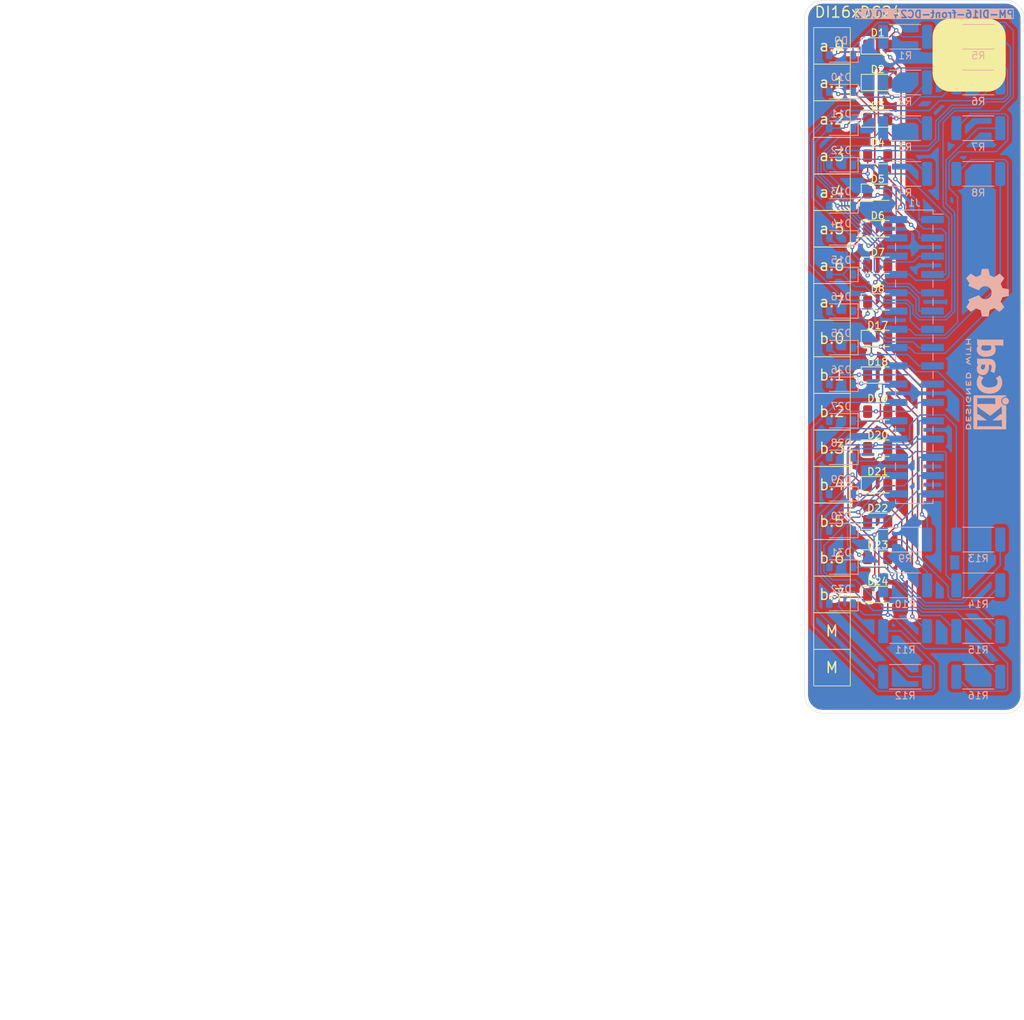
<source format=kicad_pcb>
(kicad_pcb (version 20240108) (generator "pcbnew") (generator_version "8.0")
  (layers (0 "F.Cu" signal) (31 "B.Cu" signal) (34 "B.Paste" user) (35 "F.Paste" user) (36 "B.SilkS" user "B.Silkscreen") (37 "F.SilkS" user "F.Silkscreen") (38 "B.Mask" user) (39 "F.Mask" user) (44 "Edge.Cuts" user))
  (net 0 "")
  (net 1 "/OUT01")
  (net 2 "Net-(D1-A)")
  (net 3 "/OUT02")
  (net 4 "Net-(D10-K)")
  (net 5 "Net-(D11-K)")
  (net 6 "/OUT03")
  (net 7 "/OUT04")
  (net 8 "Net-(D12-K)")
  (net 9 "Net-(D13-K)")
  (net 10 "/OUT05")
  (net 11 "Net-(D14-K)")
  (net 12 "/OUT06")
  (net 13 "Net-(D15-K)")
  (net 14 "/OUT07")
  (net 15 "/OUT00")
  (net 16 "Net-(D16-K)")
  (net 17 "/IN03")
  (net 18 "/IN07")
  (net 19 "/IN05")
  (net 20 "/IN06")
  (net 21 "Net-(D17-A)")
  (net 22 "/IN02")
  (net 23 "/IN04")
  (net 24 "/IN01")
  (net 25 "/OUT10")
  (net 26 "/OUT11")
  (net 27 "Net-(D18-A)")
  (net 28 "Net-(D19-A)")
  (net 29 "/OUT12")
  (net 30 "/OUT13")
  (net 31 "Net-(D20-A)")
  (net 32 "/OUT14")
  (net 33 "Net-(D21-A)")
  (net 34 "Net-(D22-A)")
  (net 35 "/OUT15")
  (net 36 "/OUT16")
  (net 37 "Net-(D23-A)")
  (net 38 "/OUT17")
  (net 39 "Net-(D24-A)")
  (net 40 "/IN16")
  (net 41 "/IN17")
  (net 42 "/IN15")
  (net 43 "/IN00")
  (net 44 "/IN10")
  (net 45 "/IN11")
  (net 46 "/IN12")
  (net 47 "/IN13")
  (net 48 "/IN14")
  (footprint "NextPCB:Kingbright_KPT-3216CGCK" (layer "F.Cu") (at 137.16 87.63)
    (property "Reference" "D7")
    (property "Value" "KPT-3216CGCK")
  )
  (footprint "NextPCB:Kingbright_KPT-3216CGCK" (layer "F.Cu") (at 137.16 123.19)
    (property "Reference" "D22")
    (property "Value" "KPT-3216CGCK")
  )
  (footprint "NextPCB:Kingbright_KPT-3216CGCK" (layer "F.Cu") (at 137.16 118.11)
    (property "Reference" "D21")
    (property "Value" "KPT-3216CGCK")
  )
  (footprint "NextPCB:Kingbright_KPT-3216CGCK" (layer "F.Cu") (at 137.16 92.71)
    (property "Reference" "D8")
    (property "Value" "KPT-3216CGCK")
  )
  (footprint "NextPCB:Kingbright_KPT-3216CGCK" (layer "F.Cu") (at 137.16 72.39)
    (property "Reference" "D4")
    (property "Value" "KPT-3216CGCK")
  )
  (footprint "NextPCB:Kingbright_KPT-3216CGCK" (layer "F.Cu") (at 137.16 67.31)
    (property "Reference" "D3")
    (property "Value" "KPT-3216CGCK")
  )
  (footprint "NextPCB:Kingbright_KPT-3216CGCK" (layer "F.Cu") (at 137.16 77.47)
    (property "Reference" "D5")
    (property "Value" "KPT-3216CGCK")
  )
  (footprint "NextPCB:Kingbright_KPT-3216CGCK" (layer "F.Cu") (at 137.16 107.95)
    (property "Reference" "D19")
    (property "Value" "KPT-3216CGCK")
  )
  (footprint "NextPCB:Kingbright_KPT-3216CGCK" (layer "F.Cu") (at 137.16 102.87)
    (property "Reference" "D18")
    (property "Value" "KPT-3216CGCK")
  )
  (footprint "NextPCB:Kingbright_KPT-3216CGCK" (layer "F.Cu") (at 137.16 57.15)
    (property "Reference" "D1")
    (property "Value" "KPT-3216CGCK")
  )
  (footprint "NextPCB:Kingbright_KPT-3216CGCK" (layer "F.Cu") (at 137.16 97.79)
    (property "Reference" "D17")
    (property "Value" "KPT-3216CGCK")
  )
  (footprint "NextPCB:Kingbright_KPT-3216CGCK" (layer "F.Cu") (at 137.16 113.03)
    (property "Reference" "D20")
    (property "Value" "KPT-3216CGCK")
  )
  (footprint "NextPCB:Kingbright_KPT-3216CGCK" (layer "F.Cu") (at 137.16 62.23)
    (property "Reference" "D2")
    (property "Value" "KPT-3216CGCK")
  )
  (footprint "NextPCB:Kingbright_KPT-3216CGCK" (layer "F.Cu") (at 137.16 82.55)
    (property "Reference" "D6")
    (property "Value" "KPT-3216CGCK")
  )
  (footprint "NextPCB:Kingbright_KPT-3216CGCK" (layer "F.Cu") (at 137.16 133.35)
    (property "Reference" "D24")
    (property "Value" "KPT-3216CGCK")
  )
  (footprint "NextPCB:Kingbright_KPT-3216CGCK" (layer "F.Cu") (at 137.16 128.27)
    (property "Reference" "D23")
    (property "Value" "KPT-3216CGCK")
  )
  (footprint "Diode_SMD:D_SOD-123" (layer "B.Cu") (at 132.08 63.5 180)
    (property "Reference" "D10")
    (property "Value" "1N4148W")
  )
  (footprint "Resistor_SMD:R_2512_6332Metric_Pad1.40x3.35mm_HandSolder" (layer "B.Cu") (at 151.13 74.93)
    (property "Reference" "R8")
    (property "Value" "2.2k")
  )
  (footprint "Resistor_SMD:R_2512_6332Metric_Pad1.40x3.35mm_HandSolder" (layer "B.Cu") (at 140.97 74.93)
    (property "Reference" "R4")
    (property "Value" "2.2k")
  )
  (footprint "Resistor_SMD:R_2512_6332Metric_Pad1.40x3.35mm_HandSolder" (layer "B.Cu") (at 151.13 132.08)
    (property "Reference" "R14")
    (property "Value" "2.2k")
  )
  (footprint "Resistor_SMD:R_2512_6332Metric_Pad1.40x3.35mm_HandSolder" (layer "B.Cu") (at 140.97 125.73)
    (property "Reference" "R9")
    (property "Value" "2.2k")
  )
  (footprint "Resistor_SMD:R_2512_6332Metric_Pad1.40x3.35mm_HandSolder" (layer "B.Cu") (at 151.13 68.58)
    (property "Reference" "R7")
    (property "Value" "2.2k")
  )
  (footprint "Resistor_SMD:R_2512_6332Metric_Pad1.40x3.35mm_HandSolder" (layer "B.Cu") (at 151.13 62.23)
    (property "Reference" "R6")
    (property "Value" "2.2k")
  )
  (footprint "Resistor_SMD:R_2512_6332Metric_Pad1.40x3.35mm_HandSolder" (layer "B.Cu") (at 151.13 125.73)
    (property "Reference" "R13")
    (property "Value" "2.2k")
  )
  (footprint "Diode_SMD:D_SOD-123" (layer "B.Cu") (at 132.08 73.66 180)
    (property "Reference" "D12")
    (property "Value" "1N4148W")
  )
  (footprint "Resistor_SMD:R_2512_6332Metric_Pad1.40x3.35mm_HandSolder" (layer "B.Cu") (at 140.97 55.88)
    (property "Reference" "R1")
    (property "Value" "2.2k")
  )
  (footprint "Resistor_SMD:R_2512_6332Metric_Pad1.40x3.35mm_HandSolder" (layer "B.Cu") (at 140.97 62.23)
    (property "Reference" "R2")
    (property "Value" "2.2k")
  )
  (footprint "Resistor_SMD:R_2512_6332Metric_Pad1.40x3.35mm_HandSolder" (layer "B.Cu") (at 140.97 132.08)
    (property "Reference" "R10")
    (property "Value" "2.2k")
  )
  (footprint "Diode_SMD:D_SOD-123" (layer "B.Cu") (at 132.08 88.9 180)
    (property "Reference" "D15")
    (property "Value" "1N4148W")
  )
  (footprint "Diode_SMD:D_SOD-123" (layer "B.Cu") (at 132.08 129.54 180)
    (property "Reference" "D31")
    (property "Value" "1N4148W")
  )
  (footprint "Diode_SMD:D_SOD-123" (layer "B.Cu") (at 132.08 134.62 180)
    (property "Reference" "D32")
    (property "Value" "1N4148W")
  )
  (footprint "Diode_SMD:D_SOD-123" (layer "B.Cu") (at 132.08 104.14 180)
    (property "Reference" "D26")
    (property "Value" "1N4148W")
  )
  (footprint "Resistor_SMD:R_2512_6332Metric_Pad1.40x3.35mm_HandSolder" (layer "B.Cu") (at 140.97 68.58)
    (property "Reference" "R3")
    (property "Value" "2.2k")
  )
  (footprint "Diode_SMD:D_SOD-123" (layer "B.Cu") (at 132.08 83.82 180)
    (property "Reference" "D14")
    (property "Value" "1N4148W")
  )
  (footprint "Resistor_SMD:R_2512_6332Metric_Pad1.40x3.35mm_HandSolder" (layer "B.Cu") (at 151.13 144.78)
    (property "Reference" "R16")
    (property "Value" "2.2k")
  )
  (footprint "Resistor_SMD:R_2512_6332Metric_Pad1.40x3.35mm_HandSolder" (layer "B.Cu") (at 151.13 55.88)
    (property "Reference" "R5")
    (property "Value" "2.2k")
  )
  (footprint "Resistor_SMD:R_2512_6332Metric_Pad1.40x3.35mm_HandSolder" (layer "B.Cu") (at 140.97 138.43)
    (property "Reference" "R11")
    (property "Value" "2.2k")
  )
  (footprint "NextPCB:Conn_02x16_pin" (layer "B.Cu") (at 142.24 100.33 180)
    (property "Reference" "J1")
    (property "Value" "PinHeader P2.54 02x16 SMD Straight")
  )
  (footprint "Symbol:KiCad-Logo2_5mm_SilkScreen" (layer "B.Cu") (at 152.4 104.14 90)
    (property "Reference" "Logo_kicad" (hide yes))
    (property "Value" "KiCad-Logo2_5mm_SilkScreen" (hide yes))
  )
  (footprint "Diode_SMD:D_SOD-123" (layer "B.Cu") (at 132.08 119.38 180)
    (property "Reference" "D29")
    (property "Value" "1N4148W")
  )
  (footprint "Diode_SMD:D_SOD-123" (layer "B.Cu") (at 132.08 124.46 180)
    (property "Reference" "D30")
    (property "Value" "1N4148W")
  )
  (footprint "Diode_SMD:D_SOD-123" (layer "B.Cu") (at 132.08 109.22 180)
    (property "Reference" "D27")
    (property "Value" "1N4148W")
  )
  (footprint "Resistor_SMD:R_2512_6332Metric_Pad1.40x3.35mm_HandSolder" (layer "B.Cu") (at 140.97 144.78)
    (property "Reference" "R12")
    (property "Value" "2.2k")
  )
  (footprint "Diode_SMD:D_SOD-123" (layer "B.Cu") (at 132.08 93.98 180)
    (property "Reference" "D16")
    (property "Value" "1N4148W")
  )
  (footprint "Diode_SMD:D_SOD-123" (layer "B.Cu") (at 132.08 99.06 180)
    (property "Reference" "D25")
    (property "Value" "1N4148W")
  )
  (footprint "Resistor_SMD:R_2512_6332Metric_Pad1.40x3.35mm_HandSolder" (layer "B.Cu") (at 151.13 138.43)
    (property "Reference" "R15")
    (property "Value" "2.2k")
  )
  (footprint "Diode_SMD:D_SOD-123" (layer "B.Cu") (at 132.08 58.42 180)
    (property "Reference" "D9")
    (property "Value" "1N4148W")
  )
  (footprint "Symbol:OSHW-Symbol_6.7x6mm_SilkScreen" (layer "B.Cu") (at 152.4 91.44 90)
    (property "Reference" "REF**" (hide yes))
    (property "Value" "OSHW-Symbol_6.7x6mm_SilkScreen" (hide yes))
  )
  (footprint "Diode_SMD:D_SOD-123" (layer "B.Cu") (at 132.08 68.58 180)
    (property "Reference" "D11")
    (property "Value" "1N4148W")
  )
  (footprint "Diode_SMD:D_SOD-123" (layer "B.Cu") (at 132.08 114.3 180)
    (property "Reference" "D28")
    (property "Value" "1N4148W")
  )
  (footprint "Diode_SMD:D_SOD-123" (layer "B.Cu") (at 132.08 79.375 180)
    (property "Reference" "D13")
    (property "Value" "1N4148W")
  )
  (gr_rect (start 128.27 54.61) (end 133.35 59.69) (stroke (width 0.1)) (fill none) (layer "F.SilkS"))
  (gr_rect (start 128.27 64.77) (end 133.35 69.85) (stroke (width 0.1)) (fill none) (layer "F.SilkS"))
  (gr_rect (start 128.27 120.65) (end 133.35 125.73) (stroke (width 0.1)) (fill none) (layer "F.SilkS"))
  (gr_poly (pts (arc (start 144.78 60.96) (mid 145.523949 62.756051) (end 147.32 63.5)) (arc (start 152.4 63.5) (mid 154.196051 62.756051) (end 154.94 60.96)) (arc (start 154.94 55.88) (mid 154.196051 54.083949) (end 152.4 53.34)) (arc (start 147.32 53.34) (mid 145.523949 54.083949) (end 144.78 55.88))) (fill solid) (layer "F.SilkS"))
  (gr_rect (start 128.27 100.33) (end 133.35 105.41) (stroke (width 0.1)) (fill none) (layer "F.SilkS"))
  (gr_rect (start 128.27 130.81) (end 133.35 135.89) (stroke (width 0.1)) (fill none) (layer "F.SilkS"))
  (gr_rect (start 128.27 80.01) (end 133.35 85.09) (stroke (width 0.1)) (fill none) (layer "F.SilkS"))
  (gr_rect (start 128.27 59.69) (end 133.35 64.77) (stroke (width 0.1)) (fill none) (layer "F.SilkS"))
  (gr_rect (start 128.27 90.17) (end 133.35 95.25) (stroke (width 0.1)) (fill none) (layer "F.SilkS"))
  (gr_rect (start 128.27 95.25) (end 133.35 100.33) (stroke (width 0.1)) (fill none) (layer "F.SilkS"))
  (gr_rect (start 128.27 140.97) (end 133.35 146.05) (stroke (width 0.1)) (fill none) (layer "F.SilkS"))
  (gr_rect (start 128.27 110.49) (end 133.35 115.57) (stroke (width 0.1)) (fill none) (layer "F.SilkS"))
  (gr_rect (start 128.27 135.89) (end 133.35 140.97) (stroke (width 0.1)) (fill none) (layer "F.SilkS"))
  (gr_rect (start 128.27 85.09) (end 133.35 90.17) (stroke (width 0.1)) (fill none) (layer "F.SilkS"))
  (gr_rect (start 128.27 125.73) (end 133.35 130.81) (stroke (width 0.1)) (fill none) (layer "F.SilkS"))
  (gr_rect (start 128.27 74.93) (end 133.35 80.01) (stroke (width 0.1)) (fill none) (layer "F.SilkS"))
  (gr_rect (start 128.27 69.85) (end 133.35 74.93) (stroke (width 0.1)) (fill none) (layer "F.SilkS"))
  (gr_rect (start 128.27 115.57) (end 133.35 120.65) (stroke (width 0.1)) (fill none) (layer "F.SilkS"))
  (gr_rect (start 128.27 105.41) (end 133.35 110.49) (stroke (width 0.1)) (fill none) (layer "F.SilkS"))
  (gr_arc (start 127 53.34) (mid 127.743949 51.543949) (end 129.54 50.8) (stroke (width 0.05)) (layer "Edge.Cuts"))
  (gr_line (start 154.94 149.86) (end 129.54 149.86) (stroke (width 0.05)) (layer "Edge.Cuts"))
  (gr_arc (start 157.48 147.32) (mid 156.736051 149.116051) (end 154.94 149.86) (stroke (width 0.05)) (layer "Edge.Cuts"))
  (gr_line (start 129.54 50.8) (end 154.94 50.8) (stroke (width 0.05)) (layer "Edge.Cuts"))
  (gr_line (start 127 147.32) (end 127 53.34) (stroke (width 0.05)) (layer "Edge.Cuts"))
  (gr_arc (start 129.54 149.86) (mid 127.743949 149.116051) (end 127 147.32) (stroke (width 0.05)) (layer "Edge.Cuts"))
  (gr_arc (start 154.94 50.8) (mid 156.736051 51.543949) (end 157.48 53.34) (stroke (width 0.05)) (layer "Edge.Cuts"))
  (gr_line (start 157.48 53.34) (end 157.48 147.32) (stroke (width 0.05)) (layer "Edge.Cuts"))
  (gr_text "PM-DI16-front-DC24 v0.0.2" (at 156.21 53.34 0) (layer "B.SilkS" knockout) (effects (font (size 1 1) (thickness 0.2) (bold yes)) (justify left bottom mirror)))
  (gr_text "a.3" (at 128.91 73.2615 0) (layer "F.SilkS") (effects (font (size 1.5 1.5) (thickness 0.2)) (justify left bottom)))
  (gr_text "M" (at 129.802857 139.3015 0) (layer "F.SilkS") (effects (font (size 1.5 1.5) (thickness 0.2)) (justify left bottom)))
  (gr_text "b.5" (at 128.91 124.0615 0) (layer "F.SilkS") (effects (font (size 1.5 1.5) (thickness 0.2)) (justify left bottom)))
  (gr_text "a.5" (at 128.91 83.4215 0) (layer "F.SilkS") (effects (font (size 1.5 1.5) (thickness 0.2)) (justify left bottom)))
  (gr_text "b.6" (at 128.91 129.1415 0) (layer "F.SilkS") (effects (font (size 1.5 1.5) (thickness 0.2)) (justify left bottom)))
  (gr_text "a.7" (at 128.91 93.5815 0) (layer "F.SilkS") (effects (font (size 1.5 1.5) (thickness 0.2)) (justify left bottom)))
  (gr_text "b.2" (at 128.91 108.8215 0) (layer "F.SilkS") (effects (font (size 1.5 1.5) (thickness 0.2)) (justify left bottom)))
  (gr_text "b.7" (at 128.91 134.2215 0) (layer "F.SilkS") (effects (font (size 1.5 1.5) (thickness 0.2)) (justify left bottom)))
  (gr_text "b.0" (at 128.91 98.6615 0) (layer "F.SilkS") (effects (font (size 1.5 1.5) (thickness 0.2)) (justify left bottom)))
  (gr_text "M" (at 129.802857 144.3815 0) (layer "F.SilkS") (effects (font (size 1.5 1.5) (thickness 0.2)) (justify left bottom)))
  (gr_text "b.1" (at 128.91 103.7415 0) (layer "F.SilkS") (effects (font (size 1.5 1.5) (thickness 0.2)) (justify left bottom)))
  (gr_text "b.3" (at 128.91 113.9015 0) (layer "F.SilkS") (effects (font (size 1.5 1.5) (thickness 0.2)) (justify left bottom)))
  (gr_text "a.1" (at 128.91 63.1015 0) (layer "F.SilkS") (effects (font (size 1.5 1.5) (thickness 0.2)) (justify left bottom)))
  (gr_text "a.4" (at 128.91 78.3415 0) (layer "F.SilkS") (effects (font (size 1.5 1.5) (thickness 0.2)) (justify left bottom)))
  (gr_text "DI16xDC24" (at 128.27 53.34 0) (layer "F.SilkS") (effects (font (size 1.5 1.5) (thickness 0.2)) (justify left bottom)))
  (gr_text "a.0" (at 128.91 58.0215 0) (layer "F.SilkS") (effects (font (size 1.5 1.5) (thickness 0.2)) (justify left bottom)))
  (gr_text "a.2" (at 128.91 68.1815 0) (layer "F.SilkS") (effects (font (size 1.5 1.5) (thickness 0.2)) (justify left bottom)))
  (gr_text "b.4" (at 128.91 118.9815 0) (layer "F.SilkS") (effects (font (size 1.5 1.5) (thickness 0.2)) (justify left bottom)))
  (gr_text "a.6" (at 128.91 88.5015 0) (layer "F.SilkS") (effects (font (size 1.5 1.5) (thickness 0.2)) (justify left bottom)))
  (segment (start 131.6796 63.8347) (end 134.1553 63.8347) (width 0.2) (layer "F.Cu") (net 1))
  (segment (start 134.1553 63.8347) (end 136.7572 66.4366) (width 0.2) (layer "F.Cu") (net 1))
  (segment (start 139.715 79.9197) (end 141.8055 82.0102) (width 0.2) (layer "F.Cu") (net 1))
  (segment (start 139.715 76.5949) (end 139.715 79.9197) (width 0.2) (layer "F.Cu") (net 1))
  (segment (start 134.1553 63.8347) (end 135.76 62.23) (width 0.2) (layer "F.Cu") (net 1))
  (segment (start 136.7572 66.4366) (end 136.7572 73.6371) (width 0.2) (layer "F.Cu") (net 1))
  (segment (start 136.7572 73.6371) (end 139.715 76.5949) (width 0.2) (layer "F.Cu") (net 1))
  (via (at 141.8055 82.0102) (size 0.6) (drill 0.3) (layers "F.Cu" "B.Cu") (net 1))
  (via (at 131.6796 63.8347) (size 0.6) (drill 0.3) (layers "F.Cu" "B.Cu") (net 1))
  (segment (start 130.43 63.5) (end 131.3449 63.5) (width 0.2) (layer "B.Cu") (net 1))
  (segment (start 144.765 83.82) (end 142.8883 83.82) (width 0.2) (layer "B.Cu") (net 1))
  (segment (start 131.3449 63.5) (end 131.6796 63.8347) (width 0.2) (layer "B.Cu") (net 1))
  (segment (start 142.8883 83.093) (end 141.8055 82.0102) (width 0.2) (layer "B.Cu") (net 1))
  (segment (start 142.8883 83.82) (end 142.8883 83.093) (width 0.2) (layer "B.Cu") (net 1))
  (segment (start 138.56 56.1674) (end 139.7333 54.9941) (width 0.2) (layer "F.Cu") (net 2))
  (segment (start 138.56 57.15) (end 138.56 56.1674) (width 0.2) (layer "F.Cu") (net 2))
  (via (at 139.7333 54.9941) (size 0.6) (drill 0.3) (layers "F.Cu" "B.Cu") (net 2))
  (segment (start 133.73 58.42) (end 133.73 57.3785) (width 0.2) (layer "B.Cu") (net 2))
  (segment (start 138.6312 53.892) (end 139.7333 54.9941) (width 0.2) (layer "B.Cu") (net 2))
  (segment (start 137.2165 53.892) (end 138.6312 53.892) (width 0.2) (layer "B.Cu") (net 2))
  (segment (start 144.02 55.88) (end 140.6192 55.88) (width 0.2) (layer "B.Cu") (net 2))
  (segment (start 140.6192 55.88) (end 139.7333 54.9941) (width 0.2) (layer "B.Cu") (net 2))
  (segment (start 133.73 57.3785) (end 137.2165 53.892) (width 0.2) (layer "B.Cu") (net 2))
  (segment (start 133.7373 67.31) (end 132.7766 68.2707) (width 0.2) (layer "F.Cu") (net 3))
  (segment (start 135.76 67.31) (end 133.7373 67.31) (width 0.2) (layer "F.Cu") (net 3))
  (via (at 132.7766 68.2707) (size 0.6) (drill 0.3) (layers "F.Cu" "B.Cu") (net 3))
  (segment (start 132.4673 68.58) (end 132.7766 68.2707) (width 0.2) (layer "B.Cu") (net 3))
  (segment (start 138.015 87.1617) (end 142.0866 87.1617) (width 0.2) (layer "B.Cu") (net 3))
  (segment (start 142.0866 87.1617) (end 142.8883 86.36) (width 0.2) (layer "B.Cu") (net 3))
  (segment (start 132.1732 79.7075) (end 137.0934 84.6277) (width 0.2) (layer "B.Cu") (net 3))
  (segment (start 128.4601 70.5499) (end 128.4601 75.2264) (width 0.2) (layer "B.Cu") (net 3))
  (segment (start 132.1732 78.9395) (end 132.1732 79.7075) (width 0.2) (layer "B.Cu") (net 3))
  (segment (start 137.0934 84.6277) (end 137.0934 86.2401) (width 0.2) (layer "B.Cu") (net 3))
  (segment (start 130.43 68.58) (end 128.4601 70.5499) (width 0.2) (layer "B.Cu") (net 3))
  (segment (start 130.43 68.58) (end 132.4673 68.58) (width 0.2) (layer "B.Cu") (net 3))
  (segment (start 137.0934 86.2401) (end 138.015 87.1617) (width 0.2) (layer "B.Cu") (net 3))
  (segment (start 128.4601 75.2264) (end 132.1732 78.9395) (width 0.2) (layer "B.Cu") (net 3))
  (segment (start 144.765 86.36) (end 142.8883 86.36) (width 0.2) (layer "B.Cu") (net 3))
  (segment (start 138.56 62.23) (end 138.56 63.6911) (width 0.2) (layer "F.Cu") (net 4))
  (segment (start 138.56 63.6911) (end 139.1447 64.2758) (width 0.2) (layer "F.Cu") (net 4))
  (via (at 139.1447 64.2758) (size 0.6) (drill 0.3) (layers "F.Cu" "B.Cu") (net 4))
  (segment (start 139.1447 64.2758) (end 134.5058 64.2758) (width 0.2) (layer "B.Cu") (net 4))
  (segment (start 144.02 62.23) (end 141.9742 64.2758) (width 0.2) (layer "B.Cu") (net 4))
  (segment (start 134.5058 64.2758) (end 133.73 63.5) (width 0.2) (layer "B.Cu") (net 4))
  (segment (start 141.9742 64.2758) (end 139.1447 64.2758) (width 0.2) (layer "B.Cu") (net 4))
  (segment (start 138.64 67.23) (end 138.56 67.31) (width 0.2) (layer "F.Cu") (net 5))
  (segment (start 139.7453 67.23) (end 138.64 67.23) (width 0.2) (layer "F.Cu") (net 5))
  (via (at 139.7453 67.23) (size 0.6) (drill 0.3) (layers "F.Cu" "B.Cu") (net 5))
  (segment (start 135.7349 66.5751) (end 133.73 68.58) (width 0.2) (layer "B.Cu") (net 5))
  (segment (start 142.67 67.23) (end 139.7453 67.23) (width 0.2) (layer "B.Cu") (net 5))
  (segment (start 139.0904 66.5751) (end 135.7349 66.5751) (width 0.2) (layer "B.Cu") (net 5))
  (segment (start 144.02 68.58) (end 142.67 67.23) (width 0.2) (layer "B.Cu") (net 5))
  (segment (start 139.7453 67.23) (end 139.0904 66.5751) (width 0.2) (layer "B.Cu") (net 5))
  (segment (start 135.76 74.8865) (end 135.76 72.39) (width 0.2) (layer "F.Cu") (net 6))
  (via (at 135.76 74.8865) (size 0.6) (drill 0.3) (layers "F.Cu" "B.Cu") (net 6))
  (segment (start 131.6565 74.8865) (end 135.76 74.8865) (width 0.2) (layer "B.Cu") (net 6))
  (segment (start 135.76 75.442) (end 135.76 74.8865) (width 0.2) (layer "B.Cu") (net 6))
  (segment (start 146.053 82.55) (end 143.5304 82.55) (width 0.2) (layer "B.Cu") (net 6))
  (segment (start 130.43 73.66) (end 131.6565 74.8865) (width 0.2) (layer "B.Cu") (net 6))
  (segment (start 144.765 88.9) (end 146.6417 88.9) (width 0.2) (layer "B.Cu") (net 6))
  (segment (start 143.5304 82.55) (end 140.9184 79.938) (width 0.2) (layer "B.Cu") (net 6))
  (segment (start 138.5958 76.948) (end 137.266 76.948) (width 0.2) (layer "B.Cu") (net 6))
  (segment (start 140.9184 79.2706) (end 138.5958 76.948) (width 0.2) (layer "B.Cu") (net 6))
  (segment (start 146.6417 83.1387) (end 146.053 82.55) (width 0.2) (layer "B.Cu") (net 6))
  (segment (start 146.6417 88.9) (end 146.6417 83.1387) (width 0.2) (layer "B.Cu") (net 6))
  (segment (start 140.9184 79.938) (end 140.9184 79.2706) (width 0.2) (layer "B.Cu") (net 6))
  (segment (start 137.266 76.948) (end 135.76 75.442) (width 0.2) (layer "B.Cu") (net 6))
  (segment (start 133.8666 79.3634) (end 131.5707 79.3634) (width 0.2) (layer "F.Cu") (net 7))
  (segment (start 135.76 77.47) (end 133.8666 79.3634) (width 0.2) (layer "F.Cu") (net 7))
  (via (at 131.5707 79.3634) (size 0.6) (drill 0.3) (layers "F.Cu" "B.Cu") (net 7))
  (segment (start 130.43 78.74) (end 130.9473 78.74) (width 0.2) (layer "B.Cu") (net 7))
  (segment (start 136.6917 84.8342) (end 136.6917 88.383) (width 0.2) (layer "B.Cu") (net 7))
  (segment (start 141.6175 90.1692) (end 142.8883 91.44) (width 0.2) (layer "B.Cu") (net 7))
  (segment (start 131.5707 79.7132) (end 136.6917 84.8342) (width 0.2) (layer "B.Cu") (net 7))
  (segment (start 144.765 91.44) (end 142.8883 91.44) (width 0.2) (layer "B.Cu") (net 7))
  (segment (start 138.4779 90.1692) (end 141.6175 90.1692) (width 0.2) (layer "B.Cu") (net 7))
  (segment (start 130.9473 78.74) (end 131.5707 79.3634) (width 0.2) (layer "B.Cu") (net 7))
  (segment (start 131.5707 79.3634) (end 131.5707 79.7132) (width 0.2) (layer "B.Cu") (net 7))
  (segment (start 136.6917 88.383) (end 138.4779 90.1692) (width 0.2) (layer "B.Cu") (net 7))
  (segment (start 138.2224 72.7276) (end 137.4297 72.7276) (width 0.2) (layer "F.Cu") (net 8))
  (segment (start 138.56 72.39) (end 138.2224 72.7276) (width 0.2) (layer "F.Cu") (net 8))
  (via (at 137.4297 72.7276) (size 0.6) (drill 0.3) (layers "F.Cu" "B.Cu") (net 8))
  (segment (start 144.02 74.93) (end 141.9901 72.9001) (width 0.2) (layer "B.Cu") (net 8))
  (segment (start 134.4899 72.9001) (end 133.73 73.66) (width 0.2) (layer "B.Cu") (net 8))
  (segment (start 141.9901 72.9001) (end 137.4297 72.9001) (width 0.2) (layer "B.Cu") (net 8))
  (segment (start 137.4297 72.9001) (end 134.4899 72.9001) (width 0.2) (layer "B.Cu") (net 8))
  (segment (start 137.4297 72.9001) (end 137.4297 72.7276) (width 0.2) (layer "B.Cu") (net 8))
  (segment (start 137.16 77.8551) (end 138.1749 77.8551) (width 0.2) (layer "F.Cu") (net 9))
  (segment (start 138.1749 77.8551) (end 138.56 77.47) (width 0.2) (layer "F.Cu") (net 9))
  (via (at 137.16 77.8551) (size 0.6) (drill 0.3) (layers "F.Cu" "B.Cu") (net 9))
  (segment (start 155.5901 64.0797) (end 154.7532 64.9166) (width 0.2) (layer "B.Cu") (net 9))
  (segment (start 129.6752 73.0506) (end 129.6752 74.2708) (width 0.2) (layer "B.Cu") (net 9))
  (segment (start 147.6389 65.7729) (end 145.6143 67.7975) (width 0.2) (layer "B.Cu") (net 9))
  (segment (start 154.18 55.88) (end 155.5901 57.2901) (width 0.2) (layer "B.Cu") (net 9))
  (segment (start 151.3729 65.7729) (end 147.6389 65.7729) (width 0.2) (layer "B.Cu") (net 9))
  (segment (start 155.5901 57.2901) (end 155.5901 64.0797) (width 0.2) (layer "B.Cu") (net 9))
  (segment (start 152.2292 64.9166) (end 151.3729 65.7729) (width 0.2) (layer "B.Cu") (net 9))
  (segment (start 144.1553 71.6918) (end 131.034 71.6918) (width 0.2) (layer "B.Cu") (net 9))
  (segment (start 136.8277 78.1874) (end 137.16 77.8551) (width 0.2) (layer "B.Cu") (net 9))
  (segment (start 133.73 78.1874) (end 133.73 78.74) (width 0.2) (layer "B.Cu") (net 9))
  (segment (start 133.5918 78.1874) (end 133.73 78.1874) (width 0.2) (layer "B.Cu") (net 9))
  (segment (start 133.73 78.1874) (end 136.8277 78.1874) (width 0.2) (layer "B.Cu") (net 9))
  (segment (start 154.7532 64.9166) (end 152.2292 64.9166) (width 0.2) (layer "B.Cu") (net 9))
  (segment (start 131.034 71.6918) (end 129.6752 73.0506) (width 0.2) (layer "B.Cu") (net 9))
  (segment (start 129.6752 74.2708) (end 133.5918 78.1874) (width 0.2) (layer "B.Cu") (net 9))
  (segment (start 145.6143 67.7975) (end 145.6143 70.2328) (width 0.2) (layer "B.Cu") (net 9))
  (segment (start 145.6143 70.2328) (end 144.1553 71.6918) (width 0.2) (layer "B.Cu") (net 9))
  (segment (start 135.76 82.9335) (end 135.76 82.55) (width 0.2) (layer "F.Cu") (net 10))
  (segment (start 133.6176 85.0759) (end 135.76 82.9335) (width 0.2) (layer "F.Cu") (net 10))
  (via (at 133.6176 85.0759) (size 0.6) (drill 0.3) (layers "F.Cu" "B.Cu") (net 10))
  (segment (start 141.3559 90.5709) (end 138.2877 90.5709) (width 0.2) (layer "B.Cu") (net 10))
  (segment (start 133.6176 85.9008) (end 133.6176 85.0759) (width 0.2) (layer "B.Cu") (net 10))
  (segment (start 133.6176 85.0759) (end 131.6859 85.0759) (width 0.2) (layer "B.Cu") (net 10))
  (segment (start 142.8883 93.98) (end 142.8883 92.1033) (width 0.2) (layer "B.Cu") (net 10))
  (segment (start 142.8883 92.1033) (end 141.3559 90.5709) (width 0.2) (layer "B.Cu") (net 10))
  (segment (start 144.765 93.98) (end 142.8883 93.98) (width 0.2) (layer "B.Cu") (net 10))
  (segment (start 131.6859 85.0759) (end 130.43 83.82) (width 0.2) (layer "B.Cu") (net 10))
  (segment (start 138.2877 90.5709) (end 133.6176 85.9008) (width 0.2) (layer "B.Cu") (net 10))
  (segment (start 138.56 82.55) (end 136.2001 84.9099) (width 0.2) (layer "F.Cu") (net 11))
  (segment (start 136.2001 84.9099) (end 135.8882 84.9099) (width 0.2) (layer "F.Cu") (net 11))
  (via (at 135.8882 84.9099) (size 0.6) (drill 0.3) (layers "F.Cu" "B.Cu") (net 11))
  (segment (start 132.0803 66.1461) (end 144.3053 66.1461) (width 0.2) (layer "B.Cu") (net 11))
  (segment (start 145.6819 64.7695) (end 151.0282 64.7695) (width 0.2) (layer "B.Cu") (net 11))
  (segment (start 131.7122 66.5142) (end 132.0803 66.1461) (width 0.2) (layer "B.Cu") (net 11))
  (segment (start 128.0499 70.1764) (end 128.3335 69.8928) (width 0.2) (layer "B.Cu") (net 11))
  (segment (start 128.0499 78.1399) (end 128.0499 70.1764) (width 0.2) (layer "B.Cu") (net 11))
  (segment (start 151.0282 64.7695) (end 153.5677 62.23) (width 0.2) (layer "B.Cu") (net 11))
  (segment (start 133.73 83.82) (end 134.7983 83.82) (width 0.2) (layer "B.Cu") (net 11))
  (segment (start 134.7983 83.82) (end 135.8882 84.9099) (width 0.2) (layer "B.Cu") (net 11))
  (segment (start 133.73 83.82) (end 128.0499 78.1399) (width 0.2) (layer "B.Cu") (net 11))
  (segment (start 128.3335 69.8928) (end 128.3335 69.3271) (width 0.2) (layer "B.Cu") (net 11))
  (segment (start 131.1464 66.5142) (end 131.7122 66.5142) (width 0.2) (layer "B.Cu") (net 11))
  (segment (start 153.5677 62.23) (end 154.18 62.23) (width 0.2) (layer "B.Cu") (net 11))
  (segment (start 128.3335 69.3271) (end 131.1464 66.5142) (width 0.2) (layer "B.Cu") (net 11))
  (segment (start 144.3053 66.1461) (end 145.6819 64.7695) (width 0.2) (layer "B.Cu") (net 11))
  (segment (start 135.76 89.0235) (end 135.76 87.63) (width 0.2) (layer "F.Cu") (net 12))
  (via (at 135.76 89.0235) (size 0.6) (drill 0.3) (layers "F.Cu" "B.Cu") (net 12))
  (segment (start 144.765 96.52) (end 142.8883 96.52) (width 0.2) (layer "B.Cu") (net 12))
  (segment (start 141.6809 95.3126) (end 142.8883 96.52) (width 0.2) (layer "B.Cu") (net 12))
  (segment (start 132.3101 88.9012) (end 133.2427 87.9686) (width 0.2) (layer "B.Cu") (net 12))
  (segment (start 141.1116 92.8666) (end 141.6809 93.4359) (width 0.2) (layer "B.Cu") (net 12))
  (segment (start 130.4312 88.9012) (end 132.3101 88.9012) (width 0.2) (layer "B.Cu") (net 12))
  (segment (start 137.7369 92.8666) (end 141.1116 92.8666) (width 0.2) (layer "B.Cu") (net 12))
  (segment (start 133.9813 90.5724) (end 135.4427 90.5724) (width 0.2) (layer "B.Cu") (net 12))
  (segment (start 134.7051 87.9686) (end 135.76 89.0235) (width 0.2) (layer "B.Cu") (net 12))
  (segment (start 132.3101 88.9012) (end 133.9813 90.5724) (width 0.2) (layer "B.Cu") (net 12))
  (segment (start 135.4427 90.5724) (end 137.7369 92.8666) (width 0.2) (layer "B.Cu") (net 12))
  (segment (start 133.2427 87.9686) (end 134.7051 87.9686) (width 0.2) (layer "B.Cu") (net 12))
  (segment (start 130.43 88.9) (end 130.4312 88.9012) (width 0.2) (layer "B.Cu") (net 12))
  (segment (start 141.6809 93.4359) (end 141.6809 95.3126) (width 0.2) (layer "B.Cu") (net 12))
  (segment (start 136.8214 89.9825) (end 138.56 88.2439) (width 0.2) (layer "F.Cu") (net 13))
  (segment (start 138.56 88.2439) (end 138.56 87.63) (width 0.2) (layer "F.Cu") (net 13))
  (via (at 136.8214 89.9825) (size 0.6) (drill 0.3) (layers "F.Cu" "B.Cu") (net 13))
  (segment (start 147.8515 94.0306) (end 147.8515 80.2649) (width 0.2) (layer "B.Cu") (net 13))
  (segment (start 141.2896 92.4649) (end 142.0838 93.2591) (width 0.2) (layer "B.Cu") (net 13))
  (segment (start 151.1031 68.58) (end 154.18 68.58) (width 0.2) (layer "B.Cu") (net 13))
  (segment (start 146.6437 73.0394) (end 151.1031 68.58) (width 0.2) (layer "B.Cu") (net 13))
  (segment (start 136.2886 90.5153) (end 138.2382 92.4649) (width 0.2) (layer "B.Cu") (net 13))
  (segment (start 142.0838 94.4068) (end 142.8736 95.1966) (width 0.2) (layer "B.Cu") (net 13))
  (segment (start 136.2886 90.5153) (end 134.6733 88.9) (width 0.2) (layer "B.Cu") (net 13))
  (segment (start 142.8736 95.1966) (end 146.6855 95.1966) (width 0.2) (layer "B.Cu") (net 13))
  (segment (start 138.2382 92.4649) (end 141.2896 92.4649) (width 0.2) (layer "B.Cu") (net 13))
  (segment (start 142.0838 93.2591) (end 142.0838 94.4068) (width 0.2) (layer "B.Cu") (net 13))
  (segment (start 146.6855 95.1966) (end 147.8515 94.0306) (width 0.2) (layer "B.Cu") (net 13))
  (segment (start 147.8515 80.2649) (end 146.6437 79.0571) (width 0.2) (layer "B.Cu") (net 13))
  (segment (start 136.8214 89.9825) (end 136.2886 90.5153) (width 0.2) (layer "B.Cu") (net 13))
  (segment (start 146.6437 79.0571) (end 146.6437 73.0394) (width 0.2) (layer "B.Cu") (net 13))
  (segment (start 134.6733 88.9) (end 133.73 88.9) (width 0.2) (layer "B.Cu") (net 13))
  (segment (start 135.76 92.71) (end 135.76 94.3421) (width 0.2) (layer "F.Cu") (net 14))
  (via (at 135.76 94.3421) (size 0.6) (drill 0.3) (layers "F.Cu" "B.Cu") (net 14))
  (segment (start 135.1494 94.9527) (end 135.76 94.3421) (width 0.2) (layer "B.Cu") (net 14))
  (segment (start 131.4027 94.9527) (end 135.1494 94.9527) (width 0.2) (layer "B.Cu") (net 14))
  (segment (start 144.765 99.06) (end 142.8883 99.06) (width 0.2) (layer "B.Cu") (net 14))
  (segment (start 130.43 93.98) (end 131.4027 94.9527) (width 0.2) (layer "B.Cu") (net 14))
  (segment (start 135.1494 95.0596) (end 135.1494 94.9527) (width 0.2) (layer "B.Cu") (net 14))
  (segment (start 142.0866 98.2583) (end 138.3481 98.2583) (width 0.2) (layer "B.Cu") (net 14))
  (segment (start 142.8883 99.06) (end 142.0866 98.2583) (width 0.2) (layer "B.Cu") (net 14))
  (segment (start 138.3481 98.2583) (end 135.1494 95.0596) (width 0.2) (layer "B.Cu") (net 14))
  (segment (start 137.2541 67.8181) (end 139.6121 70.1761) (width 0.2) (layer "F.Cu") (net 15))
  (segment (start 131.6796 57.9957) (end 134.9143 57.9957) (width 0.2) (layer "F.Cu") (net 15))
  (segment (start 139.6121 70.1761) (end 139.6121 75.6412) (width 0.2) (layer "F.Cu") (net 15))
  (segment (start 137.2541 60.3355) (end 137.2541 67.8181) (width 0.2) (layer "F.Cu") (net 15))
  (segment (start 134.9143 57.9957) (end 137.2541 60.3355) (width 0.2) (layer "F.Cu") (net 15))
  (segment (start 134.9143 57.9957) (end 135.76 57.15) (width 0.2) (layer "F.Cu") (net 15))
  (via (at 131.6796 57.9957) (size 0.6) (drill 0.3) (layers "F.Cu" "B.Cu") (net 15))
  (via (at 139.6121 75.6412) (size 0.6) (drill 0.3) (layers "F.Cu" "B.Cu") (net 15))
  (segment (start 139.6121 75.6412) (end 142.8883 78.9174) (width 0.2) (layer "B.Cu") (net 15))
  (segment (start 130.43 58.42) (end 131.2553 58.42) (width 0.2) (layer "B.Cu") (net 15))
  (segment (start 144.765 81.28) (end 142.8883 81.28) (width 0.2) (layer "B.Cu") (net 15))
  (segment (start 142.8883 78.9174) (end 142.8883 81.28) (width 0.2) (layer "B.Cu") (net 15))
  (segment (start 131.2553 58.42) (end 131.6796 57.9957) (width 0.2) (layer "B.Cu") (net 15))
  (segment (start 138.56 92.71) (end 138.2581 92.71) (width 0.2) (layer "F.Cu") (net 16))
  (segment (start 138.2581 92.71) (end 136.9709 93.9972) (width 0.2) (layer "F.Cu") (net 16))
  (via (at 136.9709 93.9972) (size 0.6) (drill 0.3) (layers "F.Cu" "B.Cu") (net 16))
  (segment (start 136.8227 94.1454) (end 136.9709 93.9972) (width 0.2) (layer "B.Cu") (net 16))
  (segment (start 154.18 90.2185) (end 146.6722 97.7263) (width 0.2) (layer "B.Cu") (net 16))
  (segment (start 133.9993 93.7107) (end 133.73 93.98) (width 0.2) (layer "B.Cu") (net 16))
  (segment (start 154.18 74.93) (end 154.18 90.2185) (width 0.2) (layer "B.Cu") (net 16))
  (segment (start 136.8227 94.1454) (end 136.388 93.7107) (width 0.2) (layer "B.Cu") (net 16))
  (segment (start 136.8227 96.1294) (end 136.8227 94.1454) (width 0.2) (layer "B.Cu") (net 16))
  (segment (start 136.388 93.7107) (end 133.9993 93.7107) (width 0.2) (layer "B.Cu") (net 16))
  (segment (start 138.4196 97.7263) (end 136.8227 96.1294) (width 0.2) (layer "B.Cu") (net 16))
  (segment (start 146.6722 97.7263) (end 138.4196 97.7263) (width 0.2) (layer "B.Cu") (net 16))
  (segment (start 139.715 88.9) (end 141.5917 88.9) (width 0.2) (layer "B.Cu") (net 17))
  (segment (start 140.9368 74.93) (end 137.92 74.93) (width 0.2) (layer "B.Cu") (net 17))
  (segment (start 141.5917 88.9) (end 142.3934 89.7017) (width 0.2) (layer "B.Cu") (net 17))
  (segment (start 142.3934 89.7017) (end 146.4911 89.7017) (width 0.2) (layer "B.Cu") (net 17))
  (segment (start 146.4911 89.7017) (end 147.0434 89.1494) (width 0.2) (layer "B.Cu") (net 17))
  (segment (start 147.0434 89.1494) (end 147.0434 81.0366) (width 0.2) (layer "B.Cu") (net 17))
  (segment (start 147.0434 81.0366) (end 140.9368 74.93) (width 0.2) (layer "B.Cu") (net 17))
  (segment (start 154.8474 72.9391) (end 155.2303 73.322) (width 0.2) (layer "B.Cu") (net 18))
  (segment (start 146.5169 99.8617) (end 142.3934 99.8617) (width 0.2) (layer "B.Cu") (net 18))
  (segment (start 142.3934 99.8617) (end 141.5917 99.06) (width 0.2) (layer "B.Cu") (net 18))
  (segment (start 139.715 99.06) (end 141.5917 99.06) (width 0.2) (layer "B.Cu") (net 18))
  (segment (start 155.2303 73.322) (end 155.2303 91.1483) (width 0.2) (layer "B.Cu") (net 18))
  (segment (start 155.2303 91.1483) (end 146.5169 99.8617) (width 0.2) (layer "B.Cu") (net 18))
  (segment (start 150.0709 72.9391) (end 154.8474 72.9391) (width 0.2) (layer "B.Cu") (net 18))
  (segment (start 148.08 74.93) (end 150.0709 72.9391) (width 0.2) (layer "B.Cu") (net 18))
  (segment (start 148.08 62.23) (end 146.1023 64.2077) (width 0.2) (layer "B.Cu") (net 19))
  (segment (start 127.6269 69.4657) (end 127.6269 87.4546) (width 0.2) (layer "B.Cu") (net 19))
  (segment (start 131.6393 65.4533) (end 127.6269 69.4657) (width 0.2) (layer "B.Cu") (net 19))
  (segment (start 127.6269 87.4546) (end 132.6743 92.502) (width 0.2) (layer "B.Cu") (net 19))
  (segment (start 146.1023 64.2077) (end 143.0707 64.2077) (width 0.2) (layer "B.Cu") (net 19))
  (segment (start 139.715 93.98) (end 137.8383 93.98) (width 0.2) (layer "B.Cu") (net 19))
  (segment (start 136.3603 92.502) (end 137.8383 93.98) (width 0.2) (layer "B.Cu") (net 19))
  (segment (start 141.8251 65.4533) (end 131.6393 65.4533) (width 0.2) (layer "B.Cu") (net 19))
  (segment (start 132.6743 92.502) (end 136.3603 92.502) (width 0.2) (layer "B.Cu") (net 19))
  (segment (start 143.0707 64.2077) (end 141.8251 65.4533) (width 0.2) (layer "B.Cu") (net 19))
  (segment (start 139.715 96.52) (end 141.5917 96.52) (width 0.2) (layer "B.Cu") (net 20))
  (segment (start 147.0614 76.9062) (end 148.2532 78.098) (width 0.2) (layer "B.Cu") (net 20))
  (segment (start 148.2532 95.5421) (end 146.4736 97.3217) (width 0.2) (layer "B.Cu") (net 20))
  (segment (start 154.871 66.5846) (end 155.2368 66.9504) (width 0.2) (layer "B.Cu") (net 20))
  (segment (start 142.3934 97.3217) (end 141.5917 96.52) (width 0.2) (layer "B.Cu") (net 20))
  (segment (start 148.4541 71.8482) (end 147.0614 73.2409) (width 0.2) (layer "B.Cu") (net 20))
  (segment (start 148.08 68.58) (end 150.0754 66.5846) (width 0.2) (layer "B.Cu") (net 20))
  (segment (start 153.6036 71.8482) (end 148.4541 71.8482) (width 0.2) (layer "B.Cu") (net 20))
  (segment (start 147.0614 73.2409) (end 147.0614 76.9062) (width 0.2) (layer "B.Cu") (net 20))
  (segment (start 155.2368 70.215) (end 153.6036 71.8482) (width 0.2) (layer "B.Cu") (net 20))
  (segment (start 150.0754 66.5846) (end 154.871 66.5846) (width 0.2) (layer "B.Cu") (net 20))
  (segment (start 146.4736 97.3217) (end 142.3934 97.3217) (width 0.2) (layer "B.Cu") (net 20))
  (segment (start 155.2368 66.9504) (end 155.2368 70.215) (width 0.2) (layer "B.Cu") (net 20))
  (segment (start 148.2532 78.098) (end 148.2532 95.5421) (width 0.2) (layer "B.Cu") (net 20))
  (segment (start 137.5956 98.9295) (end 138.56 97.9651) (width 0.2) (layer "F.Cu") (net 21))
  (segment (start 143.2954 122.2247) (end 143.2954 104.6293) (width 0.2) (layer "F.Cu") (net 21))
  (segment (start 143.2954 104.6293) (end 137.5956 98.9295) (width 0.2) (layer "F.Cu") (net 21))
  (segment (start 138.56 97.9651) (end 138.56 97.79) (width 0.2) (layer "F.Cu") (net 21))
  (via (at 143.2954 122.2247) (size 0.6) (drill 0.3) (layers "F.Cu" "B.Cu") (net 21))
  (via (at 137.5956 98.9295) (size 0.6) (drill 0.3) (layers "F.Cu" "B.Cu") (net 21))
  (segment (start 133.8605 98.9295) (end 137.5956 98.9295) (width 0.2) (layer "B.Cu") (net 21))
  (segment (start 133.73 99.06) (end 133.8605 98.9295) (width 0.2) (layer "B.Cu") (net 21))
  (segment (start 144.02 122.9493) (end 143.2954 122.2247) (width 0.2) (layer "B.Cu") (net 21))
  (segment (start 144.02 125.73) (end 144.02 122.9493) (width 0.2) (layer "B.Cu") (net 21))
  (segment (start 137.8383 86.36) (end 137.8383 84.7665) (width 0.2) (layer "B.Cu") (net 22))
  (segment (start 128.8718 75.0701) (end 128.8718 72.6719) (width 0.2) (layer "B.Cu") (net 22))
  (segment (start 131.6487 69.895) (end 136.605 69.895) (width 0.2) (layer "B.Cu") (net 22))
  (segment (start 132.5749 78.7732) (end 128.8718 75.0701) (width 0.2) (layer "B.Cu") (net 22))
  (segment (start 136.605 69.895) (end 137.92 68.58) (width 0.2) (layer "B.Cu") (net 22))
  (segment (start 139.715 86.36) (end 137.8383 86.36) (width 0.2) (layer "B.Cu") (net 22))
  (segment (start 132.5749 79.5031) (end 132.5749 78.7732) (width 0.2) (layer "B.Cu") (net 22))
  (segment (start 128.8718 72.6719) (end 131.6487 69.895) (width 0.2) (layer "B.Cu") (net 22))
  (segment (start 137.8383 84.7665) (end 132.5749 79.5031) (width 0.2) (layer "B.Cu") (net 22))
  (segment (start 143.0399 94.7949) (end 146.5191 94.7949) (width 0.2) (layer "B.Cu") (net 23))
  (segment (start 147.4498 80.6311) (end 146.242 79.4233) (width 0.2) (layer "B.Cu") (net 23))
  (segment (start 154.0632 66.1746) (end 155.9918 64.246) (width 0.2) (layer "B.Cu") (net 23))
  (segment (start 147.8289 66.1746) (end 154.0632 66.1746) (width 0.2) (layer "B.Cu") (net 23))
  (segment (start 146.242 79.4233) (end 146.242 67.7615) (width 0.2) (layer "B.Cu") (net 23))
  (segment (start 142.4855 94.2405) (end 143.0399 94.7949) (width 0.2) (layer "B.Cu") (net 23))
  (segment (start 141.5917 91.44) (end 142.4855 92.3338) (width 0.2) (layer "B.Cu") (net 23))
  (segment (start 146.242 67.7615) (end 147.8289 66.1746) (width 0.2) (layer "B.Cu") (net 23))
  (segment (start 150.0754 53.8846) (end 148.08 55.88) (width 0.2) (layer "B.Cu") (net 23))
  (segment (start 154.8663 53.8846) (end 150.0754 53.8846) (width 0.2) (layer "B.Cu") (net 23))
  (segment (start 155.9918 55.0101) (end 154.8663 53.8846) (width 0.2) (layer "B.Cu") (net 23))
  (segment (start 139.715 91.44) (end 141.5917 91.44) (width 0.2) (layer "B.Cu") (net 23))
  (segment (start 142.4855 92.3338) (end 142.4855 94.2405) (width 0.2) (layer "B.Cu") (net 23))
  (segment (start 147.4498 93.8642) (end 147.4498 80.6311) (width 0.2) (layer "B.Cu") (net 23))
  (segment (start 146.5191 94.7949) (end 147.4498 93.8642) (width 0.2) (layer "B.Cu") (net 23))
  (segment (start 155.9918 64.246) (end 155.9918 55.0101) (width 0.2) (layer "B.Cu") (net 23))
  (segment (start 144.2402 71.0389) (end 131.1168 71.0389) (width 0.2) (layer "B.Cu") (net 24))
  (segment (start 145.2097 70.0694) (end 144.2402 71.0389) (width 0.2) (layer "B.Cu") (net 24))
  (segment (start 155.1884 60.5342) (end 155.1884 63.9134) (width 0.2) (layer "B.Cu") (net 24))
  (segment (start 154.8734 60.2192) (end 155.1884 60.5342) (width 0.2) (layer "B.Cu") (net 24))
  (segment (start 131.1168 71.0389) (end 129.2735 72.8822) (width 0.2) (layer "B.Cu") (net 24))
  (segment (start 151.2065 65.3712) (end 147.4695 65.3712) (width 0.2) (layer "B.Cu") (net 24))
  (segment (start 145.2097 67.631) (end 145.2097 70.0694) (width 0.2) (layer "B.Cu") (net 24))
  (segment (start 139.9308 60.2192) (end 154.8734 60.2192) (width 0.2) (layer "B.Cu") (net 24))
  (segment (start 129.2735 72.8822) (end 129.2735 74.9038) (width 0.2) (layer "B.Cu") (net 24))
  (segment (start 132.9774 78.6077) (end 132.9774 79.3355) (width 0.2) (layer "B.Cu") (net 24))
  (segment (start 155.1884 63.9134) (end 154.5869 64.5149) (width 0.2) (layer "B.Cu") (net 24))
  (segment (start 132.9774 79.3355) (end 137.4619 83.82) (width 0.2) (layer "B.Cu") (net 24))
  (segment (start 129.2735 74.9038) (end 132.9774 78.6077) (width 0.2) (layer "B.Cu") (net 24))
  (segment (start 154.5869 64.5149) (end 152.0628 64.5149) (width 0.2) (layer "B.Cu") (net 24))
  (segment (start 137.4619 83.82) (end 137.8383 83.82) (width 0.2) (layer "B.Cu") (net 24))
  (segment (start 147.4695 65.3712) (end 145.2097 67.631) (width 0.2) (layer "B.Cu") (net 24))
  (segment (start 139.715 83.82) (end 137.8383 83.82) (width 0.2) (layer "B.Cu") (net 24))
  (segment (start 137.92 62.23) (end 139.9308 60.2192) (width 0.2) (layer "B.Cu") (net 24))
  (segment (start 152.0628 64.5149) (end 151.2065 65.3712) (width 0.2) (layer "B.Cu") (net 24))
  (segment (start 136.2815 98.3115) (end 136.2815 100.0288) (width 0.2) (layer "F.Cu") (net 25))
  (segment (start 135.76 97.79) (end 136.2815 98.3115) (width 0.2) (layer "F.Cu") (net 25))
  (via (at 136.2815 100.0288) (size 0.6) (drill 0.3) (layers "F.Cu" "B.Cu") (net 25))
  (segment (start 136.2815 100.0288) (end 141.3171 100.0288) (width 0.2) (layer "B.Cu") (net 25))
  (segment (start 141.3171 100.0288) (end 142.8883 101.6) (width 0.2) (layer "B.Cu") (net 25))
  (segment (start 130.43 99.06) (end 131.3988 100.0288) (width 0.2) (layer "B.Cu") (net 25))
  (segment (start 131.3988 100.0288) (end 136.2815 100.0288) (width 0.2) (layer "B.Cu") (net 25))
  (segment (start 144.765 101.6) (end 142.8883 101.6) (width 0.2) (layer "B.Cu") (net 25))
  (segment (start 134.6044 102.87) (end 134.5673 102.8329) (width 0.2) (layer "F.Cu") (net 26))
  (segment (start 135.76 102.87) (end 134.6044 102.87) (width 0.2) (layer "F.Cu") (net 26))
  (via (at 134.5673 102.8329) (size 0.6) (drill 0.3) (layers "F.Cu" "B.Cu") (net 26))
  (segment (start 142.8883 104.14) (end 141.5812 102.8329) (width 0.2) (layer "B.Cu") (net 26))
  (segment (start 130.43 104.14) (end 131.7371 102.8329) (width 0.2) (layer "B.Cu") (net 26))
  (segment (start 131.7371 102.8329) (end 134.5673 102.8329) (width 0.2) (layer "B.Cu") (net 26))
  (segment (start 141.5812 102.8329) (end 134.5673 102.8329) (width 0.2) (layer "B.Cu") (net 26))
  (segment (start 144.765 104.14) (end 142.8883 104.14) (width 0.2) (layer "B.Cu") (net 26))
  (segment (start 142.6937 108.598) (end 142.6937 128.8952) (width 0.2) (layer "F.Cu") (net 27))
  (segment (start 138.1434 104.0477) (end 134.863 104.0477) (width 0.2) (layer "F.Cu") (net 27))
  (segment (start 138.56 103.6311) (end 138.1434 104.0477) (width 0.2) (layer "F.Cu") (net 27))
  (segment (start 138.56 102.87) (end 138.56 103.6311) (width 0.2) (layer "F.Cu") (net 27))
  (segment (start 138.1434 104.0477) (end 142.6937 108.598) (width 0.2) (layer "F.Cu") (net 27))
  (via (at 134.863 104.0477) (size 0.6) (drill 0.3) (layers "F.Cu" "B.Cu") (net 27))
  (via (at 142.6937 128.8952) (size 0.6) (drill 0.3) (layers "F.Cu" "B.Cu") (net 27))
  (segment (start 133.73 104.14) (end 133.8223 104.0477) (width 0.2) (layer "B.Cu") (net 27))
  (segment (start 144.02 132.08) (end 144.02 130.2215) (width 0.2) (layer "B.Cu") (net 27))
  (segment (start 133.8223 104.0477) (end 134.863 104.0477) (width 0.2) (layer "B.Cu") (net 27))
  (segment (start 144.02 130.2215) (end 142.6937 128.8952) (width 0.2) (layer "B.Cu") (net 27))
  (segment (start 138.56 107.95) (end 138.56 108.3419) (width 0.2) (layer "F.Cu") (net 28))
  (segment (start 141.9711 113.6108) (end 141.9711 136.385) (width 0.2) (layer "F.Cu") (net 28))
  (segment (start 138.56 108.3419) (end 137.6311 109.2708) (width 0.2) (layer "F.Cu") (net 28))
  (segment (start 137.6311 109.2708) (end 141.9711 113.6108) (width 0.2) (layer "F.Cu") (net 28))
  (via (at 141.9711 136.385) (size 0.6) (drill 0.3) (layers "F.Cu" "B.Cu") (net 28))
  (via (at 137.6311 109.2708) (size 0.6) (drill 0.3) (layers "F.Cu" "B.Cu") (net 28))
  (segment (start 133.7808 109.2708) (end 137.6311 109.2708) (width 0.2) (layer "B.Cu") (net 28))
  (segment (start 141.975 136.385) (end 141.9711 136.385) (width 0.2) (layer "B.Cu") (net 28))
  (segment (start 144.02 138.43) (end 141.975 136.385) (width 0.2) (layer "B.Cu") (net 28))
  (segment (start 133.73 109.22) (end 133.7808 109.2708) (width 0.2) (layer "B.Cu") (net 28))
  (segment (start 135.76 107.95) (end 136.8961 107.95) (width 0.2) (layer "F.Cu") (net 29))
  (segment (start 136.8961 107.95) (end 136.9271 107.919) (width 0.2) (layer "F.Cu") (net 29))
  (via (at 136.9271 107.919) (size 0.6) (drill 0.3) (layers "F.Cu" "B.Cu") (net 29))
  (segment (start 144.765 106.68) (end 142.8883 106.68) (width 0.2) (layer "B.Cu") (net 29))
  (segment (start 131.731 107.919) (end 136.9271 107.919) (width 0.2) (layer "B.Cu") (net 29))
  (segment (start 142.8883 106.68) (end 141.6493 107.919) (width 0.2) (layer "B.Cu") (net 29))
  (segment (start 130.43 109.22) (end 131.731 107.919) (width 0.2) (layer "B.Cu") (net 29))
  (segment (start 141.6493 107.919) (end 136.9271 107.919) (width 0.2) (layer "B.Cu") (net 29))
  (segment (start 136.3606 113.03) (end 136.9027 112.4879) (width 0.2) (layer "F.Cu") (net 30))
  (segment (start 135.76 113.03) (end 136.3606 113.03) (width 0.2) (layer "F.Cu") (net 30))
  (via (at 136.9027 112.4879) (size 0.6) (drill 0.3) (layers "F.Cu" "B.Cu") (net 30))
  (segment (start 130.43 114.3) (end 132.1522 112.5778) (width 0.2) (layer "B.Cu") (net 30))
  (segment (start 136.9027 112.5778) (end 141.4016 112.5778) (width 0.2) (layer "B.Cu") (net 30))
  (segment (start 141.4016 112.5778) (end 142.8883 111.0911) (width 0.2) (layer "B.Cu") (net 30))
  (segment (start 142.8883 111.0911) (end 142.8883 109.22) (width 0.2) (layer "B.Cu") (net 30))
  (segment (start 132.1522 112.5778) (end 136.9027 112.5778) (width 0.2) (layer "B.Cu") (net 30))
  (segment (start 136.9027 112.4879) (end 136.9027 112.5778) (width 0.2) (layer "B.Cu") (net 30))
  (segment (start 144.765 109.22) (end 142.8883 109.22) (width 0.2) (layer "B.Cu") (net 30))
  (segment (start 137.4857 114.0578) (end 137.5322 114.0578) (width 0.2) (layer "F.Cu") (net 31))
  (segment (start 137.5322 114.0578) (end 138.56 113.03) (width 0.2) (layer "F.Cu") (net 31))
  (via (at 137.4857 114.0578) (size 0.6) (drill 0.3) (layers "F.Cu" "B.Cu") (net 31))
  (segment (start 141.5205 144.78) (end 131.7748 135.0343) (width 0.2) (layer "B.Cu") (net 31))
  (segment (start 134.2441 114.8094) (end 136.7341 114.8094) (width 0.2) (layer "B.Cu") (net 31))
  (segment (start 131.7748 135.0343) (end 131.7748 133.4777) (width 0.2) (layer "B.Cu") (net 31))
  (segment (start 128.8533 130.5562) (end 128.8533 122.4355) (width 0.2) (layer "B.Cu") (net 31))
  (segment (start 131.7748 133.4777) (end 128.8533 130.5562) (width 0.2) (layer "B.Cu") (net 31))
  (segment (start 134.2394 114.8094) (end 134.2441 114.8094) (width 0.2) (layer "B.Cu") (net 31))
  (segment (start 128.8533 122.4355) (end 134.2441 117.0447) (width 0.2) (layer "B.Cu") (net 31))
  (segment (start 134.2441 117.0447) (end 134.2441 114.8094) (width 0.2) (layer "B.Cu") (net 31))
  (segment (start 136.7341 114.8094) (end 137.4857 114.0578) (width 0.2) (layer "B.Cu") (net 31))
  (segment (start 133.73 114.3) (end 134.2394 114.8094) (width 0.2) (layer "B.Cu") (net 31))
  (segment (start 144.02 144.78) (end 141.5205 144.78) (width 0.2) (layer "B.Cu") (net 31))
  (segment (start 135.043 118.11) (end 133.6424 116.7094) (width 0.2) (layer "F.Cu") (net 32))
  (segment (start 135.76 118.11) (end 135.043 118.11) (width 0.2) (layer "F.Cu") (net 32))
  (via (at 133.6424 116.7094) (size 0.6) (drill 0.3) (layers "F.Cu" "B.Cu") (net 32))
  (segment (start 144.765 111.76) (end 142.8883 111.76) (width 0.2) (layer "B.Cu") (net 32))
  (segment (start 133.636 116.703) (end 133.6424 116.7094) (width 0.2) (layer "B.Cu") (net 32))
  (segment (start 132.9405 113.7177) (end 133.5686 113.0896) (width 0.2) (layer "B.Cu") (net 32))
  (segment (start 132.9405 116.703) (end 132.9405 113.7177) (width 0.2) (layer "B.Cu") (net 32))
  (segment (start 130.43 119.38) (end 130.43 119.2135) (width 0.2) (layer "B.Cu") (net 32))
  (segment (start 132.9405 116.703) (end 133.636 116.703) (width 0.2) (layer "B.Cu") (net 32))
  (segment (start 141.5587 113.0896) (end 142.8883 111.76) (width 0.2) (layer "B.Cu") (net 32))
  (segment (start 130.43 119.2135) (end 132.9405 116.703) (width 0.2) (layer "B.Cu") (net 32))
  (segment (start 133.5686 113.0896) (end 141.5587 113.0896) (width 0.2) (layer "B.Cu") (net 32))
  (segment (start 137.0951 119.5749) (end 134.7217 119.5749) (width 0.2) (layer "F.Cu") (net 33))
  (segment (start 137.0951 119.5749) (end 140.4991 122.9789) (width 0.2) (layer "F.Cu") (net 33))
  (segment (start 138.56 118.11) (end 137.0951 119.5749) (width 0.2) (layer "F.Cu") (net 33))
  (segment (start 140.4991 122.9789) (end 140.4991 130.9163) (width 0.2) (layer "F.Cu") (net 33))
  (via (at 134.7217 119.5749) (size 0.6) (drill 0.3) (layers "F.Cu" "B.Cu") (net 33))
  (via (at 140.4991 130.9163) (size 0.6) (drill 0.3) (layers "F.Cu" "B.Cu") (net 33))
  (segment (start 154.18 129.3107) (end 148.9827 134.508) (width 0.2) (layer "B.Cu") (net 33))
  (segment (start 154.18 125.73) (end 154.18 129.3107) (width 0.2) (layer "B.Cu") (net 33))
  (segment (start 148.9827 134.508) (end 143.7817 134.508) (width 0.2) (layer "B.Cu") (net 33))
  (segment (start 133.9249 119.5749) (end 134.7217 119.5749) (width 0.2) (layer "B.Cu") (net 33))
  (segment (start 143.7817 134.508) (end 140.4991 131.2254) (width 0.2) (layer "B.Cu") (net 33))
  (segment (start 133.73 119.38) (end 133.9249 119.5749) (width 0.2) (layer "B.Cu") (net 33))
  (segment (start 140.4991 131.2254) (end 140.4991 130.9163) (width 0.2) (layer "B.Cu") (net 33))
  (segment (start 136.6935 125.0565) (end 138.56 123.19) (width 0.2) (layer "F.Cu") (net 34))
  (via (at 136.6935 125.0565) (size 0.6) (drill 0.3) (layers "F.Cu" "B.Cu") (net 34))
  (segment (start 133.73 124.46) (end 134.3657 125.0957) (width 0.2) (layer "B.Cu") (net 34))
  (segment (start 137.8557 128.3201) (end 139.8266 130.291) (width 0.2) (layer "B.Cu") (net 34))
  (segment (start 134.3657 125.0957) (end 136.6543 125.0957) (width 0.2) (layer "B.Cu") (net 34))
  (segment (start 151.3122 134.9478) (end 154.18 132.08) (width 0.2) (layer "B.Cu") (net 34))
  (segment (start 136.6543 125.0957) (end 136.6543 127.2515) (width 0.2) (layer "B.Cu") (net 34))
  (segment (start 137.7229 128.3201) (end 137.8557 128.3201) (width 0.2) (layer "B.Cu") (net 34))
  (segment (start 139.8266 131.1328) (end 143.6416 134.9478) (width 0.2) (layer "B.Cu") (net 34))
  (segment (start 136.6543 125.0957) (end 136.6935 125.0565) (width 0.2) (layer "B.Cu") (net 34))
  (segment (start 136.6543 127.2515) (end 137.7229 128.3201) (width 0.2) (layer "B.Cu") (net 34))
  (segment (start 139.8266 130.291) (end 139.8266 131.1328) (width 0.2) (layer "B.Cu") (net 34))
  (segment (start 143.6416 134.9478) (end 151.3122 134.9478) (width 0.2) (layer "B.Cu") (net 34))
  (segment (start 135.76 123.19) (end 135.7228 123.19) (width 0.2) (layer "F.Cu") (net 35))
  (segment (start 135.7228 123.19) (end 134.4413 121.9085) (width 0.2) (layer "F.Cu") (net 35))
  (via (at 134.4413 121.9085) (size 0.6) (drill 0.3) (layers "F.Cu" "B.Cu") (net 35))
  (segment (start 132.9815 121.9085) (end 134.4413 121.9085) (width 0.2) (layer "B.Cu") (net 35))
  (segment (start 144.765 114.3) (end 142.8883 114.3) (width 0.2) (layer "B.Cu") (net 35))
  (segment (start 130.43 124.46) (end 132.9815 121.9085) (width 0.2) (layer "B.Cu") (net 35))
  (segment (start 140.8135 118.2515) (end 142.8883 116.1767) (width 0.2) (layer "B.Cu") (net 35))
  (segment (start 138.0983 118.2515) (end 140.8135 118.2515) (width 0.2) (layer "B.Cu") (net 35))
  (segment (start 142.8883 116.1767) (end 142.8883 114.3) (width 0.2) (layer "B.Cu") (net 35))
  (segment (start 134.4413 121.9085) (end 138.0983 118.2515) (width 0.2) (layer "B.Cu") (net 35))
  (segment (start 135.331 127.841) (end 135.76 128.27) (width 0.2) (layer "F.Cu") (net 36))
  (segment (start 134.6014 127.841) (end 135.331 127.841) (width 0.2) (layer "F.Cu") (net 36))
  (via (at 134.6014 127.841) (size 0.6) (drill 0.3) (layers "F.Cu" "B.Cu") (net 36))
  (segment (start 133.4511 123.3879) (end 138.2171 123.3879) (width 0.2) (layer "B.Cu") (net 36))
  (segment (start 132.9716 126.54) (end 132.9716 123.8674) (width 0.2) (layer "B.Cu") (net 36))
  (segment (start 142.8883 118.7167) (end 142.8883 116.84) (width 0.2) (layer "B.Cu") (net 36))
  (segment (start 144.765 116.84) (end 142.8883 116.84) (width 0.2) (layer "B.Cu") (net 36))
  (segment (start 133.2008 126.7692) (end 132.9716 126.54) (width 0.2) (layer "B.Cu") (net 36))
  (segment (start 132.9716 123.8674) (end 133.4511 123.3879) (width 0.2) (layer "B.Cu") (net 36))
  (segment (start 130.43 129.54) (end 133.2008 126.7692) (width 0.2) (layer "B.Cu") (net 36))
  (segment (start 133.2008 126.7692) (end 133.5296 126.7692) (width 0.2) (layer "B.Cu") (net 36))
  (segment (start 133.5296 126.7692) (end 134.6014 127.841) (width 0.2) (layer "B.Cu") (net 36))
  (segment (start 138.2171 123.3879) (end 142.8883 118.7167) (width 0.2) (layer "B.Cu") (net 36))
  (segment (start 138.56 128.27) (end 138.56 129.9473) (width 0.2) (layer "F.Cu") (net 37))
  (segment (start 138.56 129.9473) (end 139.1527 130.54) (width 0.2) (layer "F.Cu") (net 37))
  (via (at 139.1527 130.54) (size 0.6) (drill 0.3) (layers "F.Cu" "B.Cu") (net 37))
  (segment (start 133.73 129.54) (end 138.1527 129.54) (width 0.2) (layer "B.Cu") (net 37))
  (segment (start 139.1527 131.0529) (end 143.4746 135.3748) (width 0.2) (layer "B.Cu") (net 37))
  (segment (start 138.1527 129.54) (end 139.1527 130.54) (width 0.2) (layer "B.Cu") (net 37))
  (segment (start 139.1527 130.54) (end 139.1527 131.0529) (width 0.2) (layer "B.Cu") (net 37))
  (segment (start 143.4746 135.3748) (end 151.1248 135.3748) (width 0.2) (layer "B.Cu") (net 37))
  (segment (start 151.1248 135.3748) (end 154.18 138.43) (width 0.2) (layer "B.Cu") (net 37))
  (segment (start 135.3831 133.7269) (end 135.76 133.35) (width 0.2) (layer "F.Cu") (net 38))
  (segment (start 135.76 133.35) (end 137.3223 131.7877) (width 0.2) (layer "F.Cu") (net 38))
  (segment (start 131.1731 133.7269) (end 135.3831 133.7269) (width 0.2) (layer "F.Cu") (net 38))
  (segment (start 137.3223 126.2563) (end 139.7086 123.87) (width 0.2) (layer "F.Cu") (net 38))
  (segment (start 137.3223 131.7877) (end 137.3223 126.2563) (width 0.2) (layer "F.Cu") (net 38))
  (via (at 139.7086 123.87) (size 0.6) (drill 0.3) (layers "F.Cu" "B.Cu") (net 38))
  (via (at 131.1731 133.7269) (size 0.6) (drill 0.3) (layers "F.Cu" "B.Cu") (net 38))
  (segment (start 142.8883 119.38) (end 142.8883 120.6903) (width 0.2) (layer "B.Cu") (net 38))
  (segment (start 142.8883 120.6903) (end 139.7086 123.87) (width 0.2) (layer "B.Cu") (net 38))
  (segment (start 130.43 134.47) (end 131.1731 133.7269) (width 0.2) (layer "B.Cu") (net 38))
  (segment (start 130.43 134.62) (end 130.43 134.47) (width 0.2) (layer "B.Cu") (net 38))
  (segment (start 144.765 119.38) (end 142.8883 119.38) (width 0.2) (layer "B.Cu") (net 38))
  (segment (start 138.56 133.35) (end 138.56 136.1785) (width 0.2) (layer "F.Cu") (net 39))
  (via (at 138.56 136.1785) (size 0.6) (drill 0.3) (layers "F.Cu" "B.Cu") (net 39))
  (segment (start 143.7175 140.8745) (end 150.2745 140.8745) (width 0.2) (layer "B.Cu") (net 39))
  (segment (start 139.0215 136.1785) (end 143.7175 140.8745) (width 0.2) (layer "B.Cu") (net 39))
  (segment (start 138.56 136.1785) (end 139.0215 136.1785) (width 0.2) (layer "B.Cu") (net 39))
  (segment (start 133.73 134.62) (end 135.2885 136.1785) (width 0.2) (layer "B.Cu") (net 39))
  (segment (start 135.2885 136.1785) (end 138.56 136.1785) (width 0.2) (layer "B.Cu") (net 39))
  (segment (start 150.2745 140.8745) (end 154.18 144.78) (width 0.2) (layer "B.Cu") (net 39))
  (segment (start 133.8191 121.3286) (end 132.2007 121.3286) (width 0.2) (layer "B.Cu") (net 40))
  (segment (start 143.1039 136.2754) (end 145.9254 136.2754) (width 0.2) (layer "B.Cu") (net 40))
  (segment (start 131.8214 132.9242) (end 133.8865 132.9242) (width 0.2) (layer "B.Cu") (net 40))
  (segment (start 129.2629 130.3657) (end 131.8214 132.9242) (width 0.2) (layer "B.Cu") (net 40))
  (segment (start 137.8383 116.84) (end 137.8383 117.3094) (width 0.2) (layer "B.Cu") (net 40))
  (segment (start 132.2007 121.3286) (end 129.2629 124.2664) (width 0.2) (layer "B.Cu") (net 40))
  (segment (start 139.715 116.84) (end 137.8383 116.84) (width 0.2) (layer "B.Cu") (net 40))
  (segment (start 145.9254 136.2754) (end 148.08 138.43) (width 0.2) (layer "B.Cu") (net 40))
  (segment (start 137.8383 117.3094) (end 133.8191 121.3286) (width 0.2) (layer "B.Cu") (net 40))
  (segment (start 136.539 135.5767) (end 142.4052 135.5767) (width 0.2) (layer "B.Cu") (net 40))
  (segment (start 129.2629 124.2664) (end 129.2629 130.3657) (width 0.2) (layer "B.Cu") (net 40))
  (segment (start 133.8865 132.9242) (end 136.539 135.5767) (width 0.2) (layer "B.Cu") (net 40))
  (segment (start 142.4052 135.5767) (end 143.1039 136.2754) (width 0.2) (layer "B.Cu") (net 40))
  (segment (start 154.9289 146.7743) (end 155.2072 146.496) (width 0.2) (layer "B.Cu") (net 41))
  (segment (start 143.3191 135.7874) (end 142.6961 135.1644) (width 0.2) (layer "B.Cu") (net 41))
  (segment (start 134.0842 131.328) (end 130.8274 131.328) (width 0.2) (layer "B.Cu") (net 41))
  (segment (start 139.715 119.38) (end 137.8383 119.38) (width 0.2) (layer "B.Cu") (net 41))
  (segment (start 150.0743 146.7743) (end 154.9289 146.7743) (width 0.2) (layer "B.Cu") (net 41))
  (segment (start 148.0955 135.7874) (end 143.3191 135.7874) (width 0.2) (layer "B.Cu") (net 41))
  (segment (start 148.08 144.78) (end 150.0743 146.7743) (width 0.2) (layer "B.Cu") (net 41))
  (segment (start 155.2072 146.496) (end 155.2072 142.8991) (width 0.2) (layer "B.Cu") (net 41))
  (segment (start 130.8274 131.328) (end 129.6761 130.1767) (width 0.2) (layer "B.Cu") (net 41))
  (segment (start 134.595 122.6233) (end 137.8383 119.38) (width 0.2) (layer "B.Cu") (net 41))
  (segment (start 142.6961 135.1644) (end 137.9206 135.1644) (width 0.2) (layer "B.Cu") (net 41))
  (segment (start 129.6761 130.1767) (end 129.6761 126.5877) (width 0.2) (layer "B.Cu") (net 41))
  (segment (start 137.9206 135.1644) (end 134.0842 131.328) (width 0.2) (layer "B.Cu") (net 41))
  (segment (start 133.6405 122.6233) (end 134.595 122.6233) (width 0.2) (layer "B.Cu") (net 41))
  (segment (start 155.2072 142.8991) (end 148.0955 135.7874) (width 0.2) (layer "B.Cu") (net 41))
  (segment (start 129.6761 126.5877) (end 133.6405 122.6233) (width 0.2) (layer "B.Cu") (net 41))
  (segment (start 141.5917 114.3) (end 142.3934 113.4983) (width 0.2) (layer "B.Cu") (net 42))
  (segment (start 142.3934 113.4983) (end 146.4693 113.4983) (width 0.2) (layer "B.Cu") (net 42))
  (segment (start 146.6417 130.6417) (end 148.08 132.08) (width 0.2) (layer "B.Cu") (net 42))
  (segment (start 139.715 114.3) (end 141.5917 114.3) (width 0.2) (layer "B.Cu") (net 42))
  (segment (start 146.4693 113.4983) (end 146.6417 113.6707) (width 0.2) (layer "B.Cu") (net 42))
  (segment (start 146.6417 113.6707) (end 146.6417 130.6417) (width 0.2) (layer "B.Cu") (net 42))
  (segment (start 140.4046 79.4319) (end 140.3167 79.5198) (width 0.2) (layer "F.Cu") (net 43))
  (segment (start 140.4046 60.2418) (end 140.4046 79.4319) (width 0.2) (layer "F.Cu") (net 43))
  (segment (start 138.9035 58.7407) (end 140.4046 60.2418) (width 0.2) (layer "F.Cu") (net 43))
  (via (at 138.9035 58.7407) (size 0.6) (drill 0.3) (layers "F.Cu" "B.Cu") (net 43))
  (via (at 140.3167 79.5198) (size 0.6) (drill 0.3) (layers "F.Cu" "B.Cu") (net 43))
  (segment (start 137.92 57.7572) (end 138.9035 58.7407) (width 0.2) (layer "B.Cu") (net 43))
  (segment (start 140.3167 79.5198) (end 139.715 80.1215) (width 0.2) (layer "B.Cu") (net 43))
  (segment (start 139.715 80.1215) (end 139.715 81.28) (width 0.2) (layer "B.Cu") (net 43))
  (segment (start 137.92 55.88) (end 137.92 57.7572) (width 0.2) (layer "B.Cu") (net 43))
  (segment (start 139.715 101.6) (end 141.5917 101.6) (width 0.2) (layer "B.Cu") (net 44))
  (segment (start 142.3934 102.4017) (end 145.5339 102.4017) (width 0.2) (layer "B.Cu") (net 44))
  (segment (start 149.0961 133.7944) (end 148.8207 134.0698) (width 0.2) (layer "B.Cu") (net 44))
  (segment (start 141.5917 101.6) (end 142.3934 102.4017) (width 0.2) (layer "B.Cu") (net 44))
  (segment (start 147.371 134.0698) (end 146.9431 133.6419) (width 0.2) (layer "B.Cu") (net 44))
  (segment (start 146.9431 133.6419) (end 146.9431 132.2051) (width 0.2) (layer "B.Cu") (net 44))
  (segment (start 148.8207 134.0698) (end 147.371 134.0698) (width 0.2) (layer "B.Cu") (net 44))
  (segment (start 149.0961 105.9639) (end 149.0961 133.7944) (width 0.2) (layer "B.Cu") (net 44))
  (segment (start 146.9431 132.2051) (end 140.468 125.73) (width 0.2) (layer "B.Cu") (net 44))
  (segment (start 140.468 125.73) (end 137.92 125.73) (width 0.2) (layer "B.Cu") (net 44))
  (segment (start 145.5339 102.4017) (end 149.0961 105.9639) (width 0.2) (layer "B.Cu") (net 44))
  (segment (start 137.5289 105.6786) (end 137.5289 108.4949) (width 0.2) (layer "F.Cu") (net 45))
  (segment (start 136.7566 126.0888) (end 136.7566 130.7768) (width 0.2) (layer "F.Cu") (net 45))
  (segment (start 137.5289 108.4949) (end 133.0406 112.9832) (width 0.2) (layer "F.Cu") (net 45))
  (segment (start 136.7566 130.7768) (end 136.6867 130.8467) (width 0.2) (layer "F.Cu") (net 45))
  (segment (start 133.0406 122.3728) (end 136.7566 126.0888) (width 0.2) (layer "F.Cu") (net 45))
  (segment (start 133.0406 112.9832) (end 133.0406 122.3728) (width 0.2) (layer "F.Cu") (net 45))
  (via (at 137.5289 105.6786) (size 0.6) (drill 0.3) (layers "F.Cu" "B.Cu") (net 45))
  (via (at 136.6867 130.8467) (size 0.6) (drill 0.3) (layers "F.Cu" "B.Cu") (net 45))
  (segment (start 137.92 132.08) (end 136.6867 130.8467) (width 0.2) (layer "B.Cu") (net 45))
  (segment (start 137.8383 104.14) (end 137.8383 105.3692) (width 0.2) (layer "B.Cu") (net 45))
  (segment (start 139.715 104.14) (end 137.8383 104.14) (width 0.2) (layer "B.Cu") (net 45))
  (segment (start 137.8383 105.3692) (end 137.5289 105.6786) (width 0.2) (layer "B.Cu") (net 45))
  (segment (start 144.7005 146.7702) (end 145.0469 146.4238) (width 0.2) (layer "B.Cu") (net 46))
  (segment (start 131.5839 106.68) (end 128.0098 110.2541) (width 0.2) (layer "B.Cu") (net 46))
  (segment (start 139.715 106.68) (end 131.5839 106.68) (width 0.2) (layer "B.Cu") (net 46))
  (segment (start 140.3919 138.43) (end 137.92 138.43) (width 0.2) (layer "B.Cu") (net 46))
  (segment (start 128.0098 137.5352) (end 137.2448 146.7702) (width 0.2) (layer "B.Cu") (net 46))
  (segment (start 137.2448 146.7702) (end 144.7005 146.7702) (width 0.2) (layer "B.Cu") (net 46))
  (segment (start 145.0469 143.085) (end 140.3919 138.43) (width 0.2) (layer "B.Cu") (net 46))
  (segment (start 145.0469 146.4238) (end 145.0469 143.085) (width 0.2) (layer "B.Cu") (net 46))
  (segment (start 128.0098 110.2541) (end 128.0098 137.5352) (width 0.2) (layer "B.Cu") (net 46))
  (segment (start 138.6093 110.3258) (end 138.6093 110.3257) (width 0.2) (layer "B.Cu") (net 47))
  (segment (start 128.4316 135.2916) (end 128.4316 114.899) (width 0.2) (layer "B.Cu") (net 47))
  (segment (start 137.92 144.78) (end 128.4316 135.2916) (width 0.2) (layer "B.Cu") (net 47))
  (segment (start 133.0048 110.3258) (end 138.6093 110.3258) (width 0.2) (layer "B.Cu") (net 47))
  (segment (start 128.4316 114.899) (end 133.0048 110.3258) (width 0.2) (layer "B.Cu") (net 47))
  (segment (start 138.6093 110.3257) (end 139.715 109.22) (width 0.2) (layer "B.Cu") (net 47))
  (segment (start 146.4728 108.4183) (end 143.0567 108.4183) (width 0.2) (layer "B.Cu") (net 48))
  (segment (start 143.0567 108.4183) (end 141.5917 109.8833) (width 0.2) (layer "B.Cu") (net 48))
  (segment (start 148.08 125.73) (end 148.08 110.0255) (width 0.2) (layer "B.Cu") (net 48))
  (segment (start 139.715 111.76) (end 141.5917 111.76) (width 0.2) (layer "B.Cu") (net 48))
  (segment (start 141.5917 109.8833) (end 141.5917 111.76) (width 0.2) (layer "B.Cu") (net 48))
  (segment (start 148.08 110.0255) (end 146.4728 108.4183) (width 0.2) (layer "B.Cu") (net 48))
  (zone (net 0) (net_name "") (layer "F.Cu") (priority 1) (connect_pads (clearance 0.5)) (min_thickness 0.25) (fill yes (thermal_gap 0.5) (thermal_bridge_width 0.5) (island_removal_mode 1) (island_area_min 10))
    (polygon (pts (xy 127 50.8) (xy 157.48 50.8) (xy 157.48 149.86) (xy 127 149.86)))
  )
  (zone (net 0) (net_name "") (layer "B.Cu") (connect_pads (clearance 0.5)) (min_thickness 0.25) (fill yes (thermal_gap 0.5) (thermal_bridge_width 0.5) (island_removal_mode 1) (island_area_min 10))
    (polygon (pts (xy 127 50.8) (xy 157.48 50.8) (xy 157.48 149.86) (xy 127 149.86)))
  )
)
</source>
